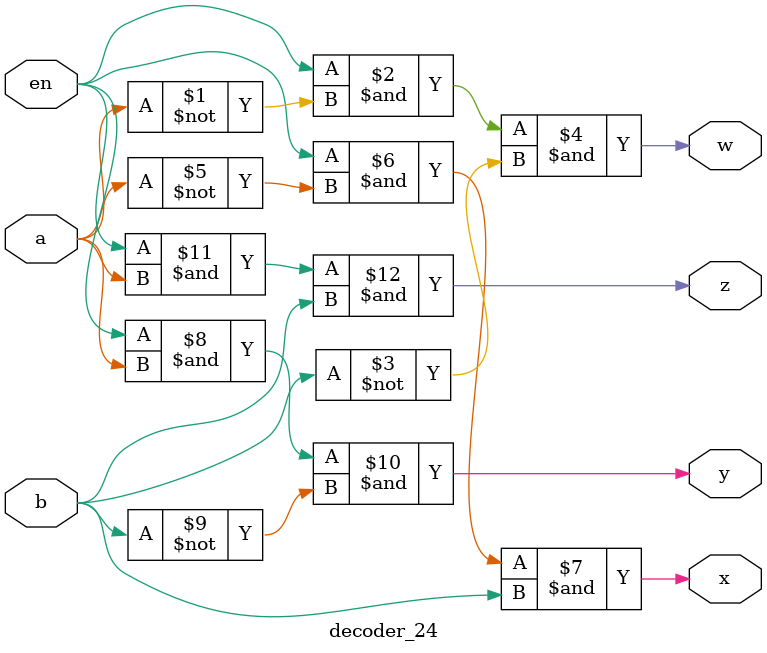
<source format=v>
module decoder_24(en,a,b,w,x,y,z);
input a,b,en;
output w,x,y,z;
assign w= en & (~a) & (~b);
assign x= en & (~a) & (b);
assign y= en & (a)  & (~b);
assign z= en & (a)  & (b);
endmodule
</source>
